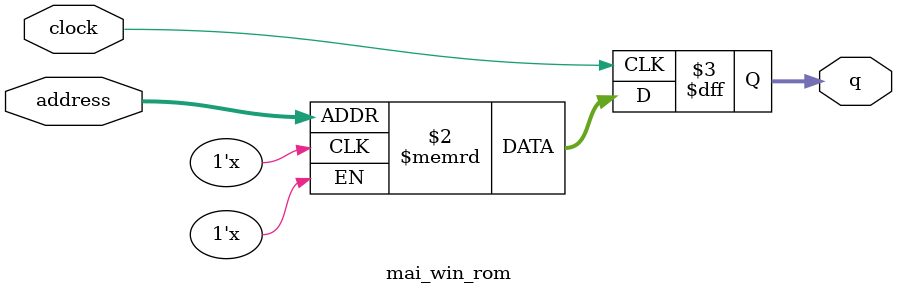
<source format=sv>
module mai_win_rom (
	input logic clock,
	input logic [13:0] address,
	output logic [2:0] q
);

logic [2:0] memory [0:13439] /* synthesis ram_init_file = "./mai_win/mai_win.COE" */;

always_ff @ (posedge clock) begin
	q <= memory[address];
end

endmodule

</source>
